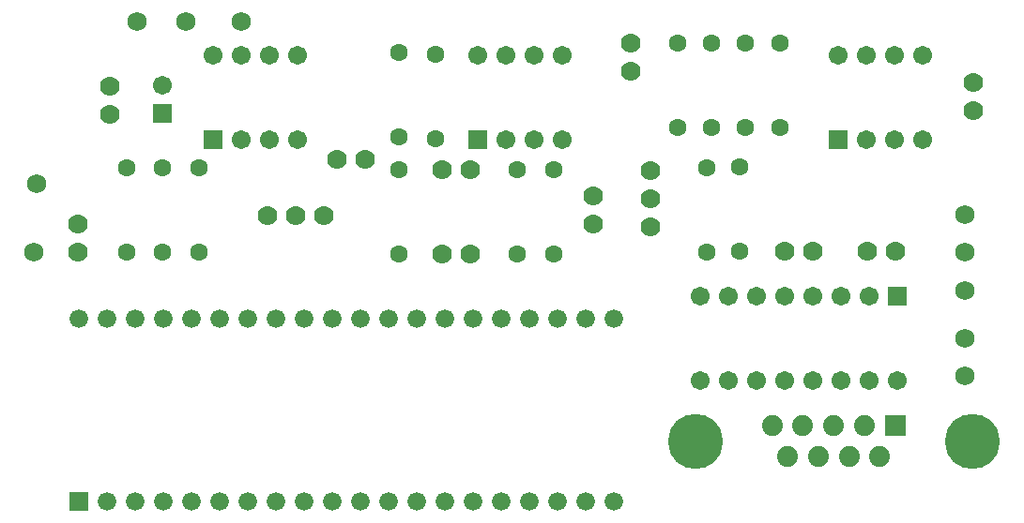
<source format=gbs>
G04*
G04 #@! TF.GenerationSoftware,Altium Limited,Altium Designer,18.0.7 (293)*
G04*
G04 Layer_Color=16711935*
%FSLAX25Y25*%
%MOIN*%
G70*
G01*
G75*
%ADD18C,0.06800*%
%ADD19C,0.06312*%
%ADD20C,0.06706*%
%ADD21R,0.06706X0.06706*%
%ADD22C,0.06600*%
%ADD23R,0.06600X0.06600*%
%ADD24C,0.06706*%
%ADD25R,0.06706X0.06706*%
%ADD26C,0.07000*%
%ADD27C,0.19540*%
%ADD28R,0.07453X0.07453*%
%ADD29C,0.07453*%
D18*
X346000Y66500D02*
D03*
Y80000D02*
D03*
X52000Y192500D02*
D03*
X69500D02*
D03*
X89000D02*
D03*
X16500Y135000D02*
D03*
X15500Y110500D02*
D03*
X346000Y124000D02*
D03*
Y97000D02*
D03*
Y110500D02*
D03*
D19*
X74000D02*
D03*
Y140500D02*
D03*
X266000Y111000D02*
D03*
Y141000D02*
D03*
X280500Y185000D02*
D03*
Y155000D02*
D03*
X268000D02*
D03*
Y185000D02*
D03*
X256000Y155000D02*
D03*
Y185000D02*
D03*
X244000Y155000D02*
D03*
Y185000D02*
D03*
X254500Y110500D02*
D03*
Y140500D02*
D03*
X187000Y140000D02*
D03*
Y110000D02*
D03*
X200000D02*
D03*
Y140000D02*
D03*
X145000Y110000D02*
D03*
Y140000D02*
D03*
X158000Y151000D02*
D03*
Y181000D02*
D03*
X145000Y151500D02*
D03*
Y181500D02*
D03*
X48500Y110500D02*
D03*
Y140500D02*
D03*
X61000Y110500D02*
D03*
Y140500D02*
D03*
D20*
X252000Y65000D02*
D03*
X262000D02*
D03*
X272000D02*
D03*
X282000D02*
D03*
X292000D02*
D03*
X302000D02*
D03*
X312000D02*
D03*
X322000D02*
D03*
X252000Y95000D02*
D03*
X262000D02*
D03*
X272000D02*
D03*
X282000D02*
D03*
X292000D02*
D03*
X302000D02*
D03*
X312000D02*
D03*
X61000Y170000D02*
D03*
D21*
X322000Y95000D02*
D03*
X61000Y160000D02*
D03*
D22*
X221500Y87000D02*
D03*
X211500D02*
D03*
X201500D02*
D03*
X191500D02*
D03*
X181500D02*
D03*
X171500D02*
D03*
X161500D02*
D03*
X151500D02*
D03*
X141500D02*
D03*
X131500D02*
D03*
X121500D02*
D03*
X111500D02*
D03*
X101500D02*
D03*
X91500D02*
D03*
X81500D02*
D03*
X71500D02*
D03*
X61500D02*
D03*
X51500D02*
D03*
X41500D02*
D03*
X31500D02*
D03*
X221500Y22000D02*
D03*
X211500D02*
D03*
X201500D02*
D03*
X191500D02*
D03*
X181500D02*
D03*
X171500D02*
D03*
X161500D02*
D03*
X151500D02*
D03*
X141500D02*
D03*
X131500D02*
D03*
X121500D02*
D03*
X111500D02*
D03*
X101500D02*
D03*
X91500D02*
D03*
X81500D02*
D03*
X71500D02*
D03*
X61500D02*
D03*
X51500D02*
D03*
X41500D02*
D03*
D23*
X31500D02*
D03*
D24*
X331000Y180500D02*
D03*
X321000D02*
D03*
X311000D02*
D03*
X301000D02*
D03*
X331000Y150500D02*
D03*
X321000D02*
D03*
X311000D02*
D03*
X203000Y180500D02*
D03*
X193000D02*
D03*
X183000D02*
D03*
X173000D02*
D03*
X203000Y150500D02*
D03*
X193000D02*
D03*
X183000D02*
D03*
X109000Y180500D02*
D03*
X99000D02*
D03*
X89000D02*
D03*
X79000D02*
D03*
X109000Y150500D02*
D03*
X99000D02*
D03*
X89000D02*
D03*
D25*
X301000D02*
D03*
X173000D02*
D03*
X79000D02*
D03*
D26*
X234500Y119500D02*
D03*
Y129500D02*
D03*
Y139500D02*
D03*
X98500Y123500D02*
D03*
X108500D02*
D03*
X118500D02*
D03*
X227500Y175000D02*
D03*
Y185000D02*
D03*
X349000Y161000D02*
D03*
Y171000D02*
D03*
X31000Y120500D02*
D03*
Y110500D02*
D03*
X321500Y111000D02*
D03*
X311500D02*
D03*
X292000D02*
D03*
X282000D02*
D03*
X170500Y140000D02*
D03*
X160500D02*
D03*
X170500Y110000D02*
D03*
X160500D02*
D03*
X214000Y120500D02*
D03*
Y130500D02*
D03*
X133000Y143500D02*
D03*
X123000D02*
D03*
X42500Y169500D02*
D03*
Y159500D02*
D03*
D27*
X250307Y43402D02*
D03*
X348693D02*
D03*
D28*
X321311Y48992D02*
D03*
D29*
X315858Y37811D02*
D03*
X310405Y48992D02*
D03*
X304953Y37811D02*
D03*
X299500Y48992D02*
D03*
X294047Y37811D02*
D03*
X288595Y48992D02*
D03*
X283142Y37811D02*
D03*
X277689Y48992D02*
D03*
M02*

</source>
